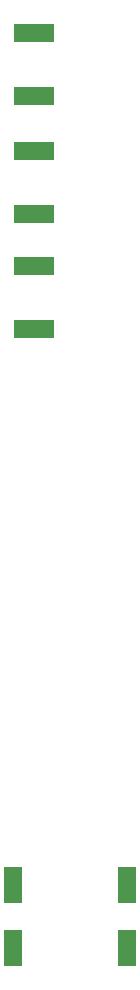
<source format=gtp>
G04*
G04 #@! TF.GenerationSoftware,Altium Limited,Altium Designer,18.1.6 (161)*
G04*
G04 Layer_Color=8421504*
%FSLAX25Y25*%
%MOIN*%
G70*
G01*
G75*
%ADD13R,0.13780X0.06299*%
%ADD14R,0.06496X0.12205*%
D13*
X32992Y320079D02*
D03*
Y341339D02*
D03*
Y280709D02*
D03*
Y301969D02*
D03*
Y242402D02*
D03*
Y263661D02*
D03*
D14*
X64130Y57221D02*
D03*
Y36158D02*
D03*
X26130Y57221D02*
D03*
Y36158D02*
D03*
M02*

</source>
